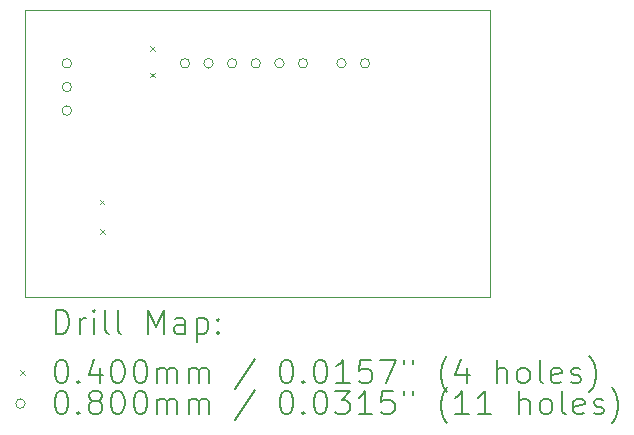
<source format=gbr>
%TF.GenerationSoftware,KiCad,Pcbnew,8.0.1*%
%TF.CreationDate,2024-12-18T11:05:01+01:00*%
%TF.ProjectId,pcb,7063622e-6b69-4636-9164-5f7063625858,rev?*%
%TF.SameCoordinates,Original*%
%TF.FileFunction,Drillmap*%
%TF.FilePolarity,Positive*%
%FSLAX45Y45*%
G04 Gerber Fmt 4.5, Leading zero omitted, Abs format (unit mm)*
G04 Created by KiCad (PCBNEW 8.0.1) date 2024-12-18 11:05:01*
%MOMM*%
%LPD*%
G01*
G04 APERTURE LIST*
%ADD10C,0.050000*%
%ADD11C,0.200000*%
%ADD12C,0.100000*%
G04 APERTURE END LIST*
D10*
X7550000Y-5275000D02*
X11480000Y-5275000D01*
X11480000Y-7700000D01*
X7550000Y-7700000D01*
X7550000Y-5275000D01*
D11*
D12*
X8177500Y-6880000D02*
X8217500Y-6920000D01*
X8217500Y-6880000D02*
X8177500Y-6920000D01*
X8180000Y-7130000D02*
X8220000Y-7170000D01*
X8220000Y-7130000D02*
X8180000Y-7170000D01*
X8605000Y-5580000D02*
X8645000Y-5620000D01*
X8645000Y-5580000D02*
X8605000Y-5620000D01*
X8605000Y-5805000D02*
X8645000Y-5845000D01*
X8645000Y-5805000D02*
X8605000Y-5845000D01*
X7940000Y-5725000D02*
G75*
G02*
X7860000Y-5725000I-40000J0D01*
G01*
X7860000Y-5725000D02*
G75*
G02*
X7940000Y-5725000I40000J0D01*
G01*
X7940000Y-5925000D02*
G75*
G02*
X7860000Y-5925000I-40000J0D01*
G01*
X7860000Y-5925000D02*
G75*
G02*
X7940000Y-5925000I40000J0D01*
G01*
X7940000Y-6125000D02*
G75*
G02*
X7860000Y-6125000I-40000J0D01*
G01*
X7860000Y-6125000D02*
G75*
G02*
X7940000Y-6125000I40000J0D01*
G01*
X8940000Y-5725000D02*
G75*
G02*
X8860000Y-5725000I-40000J0D01*
G01*
X8860000Y-5725000D02*
G75*
G02*
X8940000Y-5725000I40000J0D01*
G01*
X9140000Y-5725000D02*
G75*
G02*
X9060000Y-5725000I-40000J0D01*
G01*
X9060000Y-5725000D02*
G75*
G02*
X9140000Y-5725000I40000J0D01*
G01*
X9340000Y-5725000D02*
G75*
G02*
X9260000Y-5725000I-40000J0D01*
G01*
X9260000Y-5725000D02*
G75*
G02*
X9340000Y-5725000I40000J0D01*
G01*
X9540000Y-5725000D02*
G75*
G02*
X9460000Y-5725000I-40000J0D01*
G01*
X9460000Y-5725000D02*
G75*
G02*
X9540000Y-5725000I40000J0D01*
G01*
X9740000Y-5725000D02*
G75*
G02*
X9660000Y-5725000I-40000J0D01*
G01*
X9660000Y-5725000D02*
G75*
G02*
X9740000Y-5725000I40000J0D01*
G01*
X9940000Y-5725000D02*
G75*
G02*
X9860000Y-5725000I-40000J0D01*
G01*
X9860000Y-5725000D02*
G75*
G02*
X9940000Y-5725000I40000J0D01*
G01*
X10265000Y-5725000D02*
G75*
G02*
X10185000Y-5725000I-40000J0D01*
G01*
X10185000Y-5725000D02*
G75*
G02*
X10265000Y-5725000I40000J0D01*
G01*
X10465000Y-5725000D02*
G75*
G02*
X10385000Y-5725000I-40000J0D01*
G01*
X10385000Y-5725000D02*
G75*
G02*
X10465000Y-5725000I40000J0D01*
G01*
D11*
X7808277Y-8013984D02*
X7808277Y-7813984D01*
X7808277Y-7813984D02*
X7855896Y-7813984D01*
X7855896Y-7813984D02*
X7884467Y-7823508D01*
X7884467Y-7823508D02*
X7903515Y-7842555D01*
X7903515Y-7842555D02*
X7913039Y-7861603D01*
X7913039Y-7861603D02*
X7922562Y-7899698D01*
X7922562Y-7899698D02*
X7922562Y-7928269D01*
X7922562Y-7928269D02*
X7913039Y-7966365D01*
X7913039Y-7966365D02*
X7903515Y-7985412D01*
X7903515Y-7985412D02*
X7884467Y-8004460D01*
X7884467Y-8004460D02*
X7855896Y-8013984D01*
X7855896Y-8013984D02*
X7808277Y-8013984D01*
X8008277Y-8013984D02*
X8008277Y-7880650D01*
X8008277Y-7918746D02*
X8017801Y-7899698D01*
X8017801Y-7899698D02*
X8027324Y-7890174D01*
X8027324Y-7890174D02*
X8046372Y-7880650D01*
X8046372Y-7880650D02*
X8065420Y-7880650D01*
X8132086Y-8013984D02*
X8132086Y-7880650D01*
X8132086Y-7813984D02*
X8122562Y-7823508D01*
X8122562Y-7823508D02*
X8132086Y-7833031D01*
X8132086Y-7833031D02*
X8141610Y-7823508D01*
X8141610Y-7823508D02*
X8132086Y-7813984D01*
X8132086Y-7813984D02*
X8132086Y-7833031D01*
X8255896Y-8013984D02*
X8236848Y-8004460D01*
X8236848Y-8004460D02*
X8227324Y-7985412D01*
X8227324Y-7985412D02*
X8227324Y-7813984D01*
X8360658Y-8013984D02*
X8341610Y-8004460D01*
X8341610Y-8004460D02*
X8332086Y-7985412D01*
X8332086Y-7985412D02*
X8332086Y-7813984D01*
X8589229Y-8013984D02*
X8589229Y-7813984D01*
X8589229Y-7813984D02*
X8655896Y-7956841D01*
X8655896Y-7956841D02*
X8722563Y-7813984D01*
X8722563Y-7813984D02*
X8722563Y-8013984D01*
X8903515Y-8013984D02*
X8903515Y-7909222D01*
X8903515Y-7909222D02*
X8893991Y-7890174D01*
X8893991Y-7890174D02*
X8874944Y-7880650D01*
X8874944Y-7880650D02*
X8836848Y-7880650D01*
X8836848Y-7880650D02*
X8817801Y-7890174D01*
X8903515Y-8004460D02*
X8884467Y-8013984D01*
X8884467Y-8013984D02*
X8836848Y-8013984D01*
X8836848Y-8013984D02*
X8817801Y-8004460D01*
X8817801Y-8004460D02*
X8808277Y-7985412D01*
X8808277Y-7985412D02*
X8808277Y-7966365D01*
X8808277Y-7966365D02*
X8817801Y-7947317D01*
X8817801Y-7947317D02*
X8836848Y-7937793D01*
X8836848Y-7937793D02*
X8884467Y-7937793D01*
X8884467Y-7937793D02*
X8903515Y-7928269D01*
X8998753Y-7880650D02*
X8998753Y-8080650D01*
X8998753Y-7890174D02*
X9017801Y-7880650D01*
X9017801Y-7880650D02*
X9055896Y-7880650D01*
X9055896Y-7880650D02*
X9074944Y-7890174D01*
X9074944Y-7890174D02*
X9084467Y-7899698D01*
X9084467Y-7899698D02*
X9093991Y-7918746D01*
X9093991Y-7918746D02*
X9093991Y-7975888D01*
X9093991Y-7975888D02*
X9084467Y-7994936D01*
X9084467Y-7994936D02*
X9074944Y-8004460D01*
X9074944Y-8004460D02*
X9055896Y-8013984D01*
X9055896Y-8013984D02*
X9017801Y-8013984D01*
X9017801Y-8013984D02*
X8998753Y-8004460D01*
X9179705Y-7994936D02*
X9189229Y-8004460D01*
X9189229Y-8004460D02*
X9179705Y-8013984D01*
X9179705Y-8013984D02*
X9170182Y-8004460D01*
X9170182Y-8004460D02*
X9179705Y-7994936D01*
X9179705Y-7994936D02*
X9179705Y-8013984D01*
X9179705Y-7890174D02*
X9189229Y-7899698D01*
X9189229Y-7899698D02*
X9179705Y-7909222D01*
X9179705Y-7909222D02*
X9170182Y-7899698D01*
X9170182Y-7899698D02*
X9179705Y-7890174D01*
X9179705Y-7890174D02*
X9179705Y-7909222D01*
D12*
X7507500Y-8322500D02*
X7547500Y-8362500D01*
X7547500Y-8322500D02*
X7507500Y-8362500D01*
D11*
X7846372Y-8233984D02*
X7865420Y-8233984D01*
X7865420Y-8233984D02*
X7884467Y-8243508D01*
X7884467Y-8243508D02*
X7893991Y-8253031D01*
X7893991Y-8253031D02*
X7903515Y-8272079D01*
X7903515Y-8272079D02*
X7913039Y-8310174D01*
X7913039Y-8310174D02*
X7913039Y-8357793D01*
X7913039Y-8357793D02*
X7903515Y-8395889D01*
X7903515Y-8395889D02*
X7893991Y-8414936D01*
X7893991Y-8414936D02*
X7884467Y-8424460D01*
X7884467Y-8424460D02*
X7865420Y-8433984D01*
X7865420Y-8433984D02*
X7846372Y-8433984D01*
X7846372Y-8433984D02*
X7827324Y-8424460D01*
X7827324Y-8424460D02*
X7817801Y-8414936D01*
X7817801Y-8414936D02*
X7808277Y-8395889D01*
X7808277Y-8395889D02*
X7798753Y-8357793D01*
X7798753Y-8357793D02*
X7798753Y-8310174D01*
X7798753Y-8310174D02*
X7808277Y-8272079D01*
X7808277Y-8272079D02*
X7817801Y-8253031D01*
X7817801Y-8253031D02*
X7827324Y-8243508D01*
X7827324Y-8243508D02*
X7846372Y-8233984D01*
X7998753Y-8414936D02*
X8008277Y-8424460D01*
X8008277Y-8424460D02*
X7998753Y-8433984D01*
X7998753Y-8433984D02*
X7989229Y-8424460D01*
X7989229Y-8424460D02*
X7998753Y-8414936D01*
X7998753Y-8414936D02*
X7998753Y-8433984D01*
X8179705Y-8300650D02*
X8179705Y-8433984D01*
X8132086Y-8224460D02*
X8084467Y-8367317D01*
X8084467Y-8367317D02*
X8208277Y-8367317D01*
X8322562Y-8233984D02*
X8341610Y-8233984D01*
X8341610Y-8233984D02*
X8360658Y-8243508D01*
X8360658Y-8243508D02*
X8370182Y-8253031D01*
X8370182Y-8253031D02*
X8379705Y-8272079D01*
X8379705Y-8272079D02*
X8389229Y-8310174D01*
X8389229Y-8310174D02*
X8389229Y-8357793D01*
X8389229Y-8357793D02*
X8379705Y-8395889D01*
X8379705Y-8395889D02*
X8370182Y-8414936D01*
X8370182Y-8414936D02*
X8360658Y-8424460D01*
X8360658Y-8424460D02*
X8341610Y-8433984D01*
X8341610Y-8433984D02*
X8322562Y-8433984D01*
X8322562Y-8433984D02*
X8303515Y-8424460D01*
X8303515Y-8424460D02*
X8293991Y-8414936D01*
X8293991Y-8414936D02*
X8284467Y-8395889D01*
X8284467Y-8395889D02*
X8274943Y-8357793D01*
X8274943Y-8357793D02*
X8274943Y-8310174D01*
X8274943Y-8310174D02*
X8284467Y-8272079D01*
X8284467Y-8272079D02*
X8293991Y-8253031D01*
X8293991Y-8253031D02*
X8303515Y-8243508D01*
X8303515Y-8243508D02*
X8322562Y-8233984D01*
X8513039Y-8233984D02*
X8532086Y-8233984D01*
X8532086Y-8233984D02*
X8551134Y-8243508D01*
X8551134Y-8243508D02*
X8560658Y-8253031D01*
X8560658Y-8253031D02*
X8570182Y-8272079D01*
X8570182Y-8272079D02*
X8579705Y-8310174D01*
X8579705Y-8310174D02*
X8579705Y-8357793D01*
X8579705Y-8357793D02*
X8570182Y-8395889D01*
X8570182Y-8395889D02*
X8560658Y-8414936D01*
X8560658Y-8414936D02*
X8551134Y-8424460D01*
X8551134Y-8424460D02*
X8532086Y-8433984D01*
X8532086Y-8433984D02*
X8513039Y-8433984D01*
X8513039Y-8433984D02*
X8493991Y-8424460D01*
X8493991Y-8424460D02*
X8484467Y-8414936D01*
X8484467Y-8414936D02*
X8474944Y-8395889D01*
X8474944Y-8395889D02*
X8465420Y-8357793D01*
X8465420Y-8357793D02*
X8465420Y-8310174D01*
X8465420Y-8310174D02*
X8474944Y-8272079D01*
X8474944Y-8272079D02*
X8484467Y-8253031D01*
X8484467Y-8253031D02*
X8493991Y-8243508D01*
X8493991Y-8243508D02*
X8513039Y-8233984D01*
X8665420Y-8433984D02*
X8665420Y-8300650D01*
X8665420Y-8319698D02*
X8674944Y-8310174D01*
X8674944Y-8310174D02*
X8693991Y-8300650D01*
X8693991Y-8300650D02*
X8722563Y-8300650D01*
X8722563Y-8300650D02*
X8741610Y-8310174D01*
X8741610Y-8310174D02*
X8751134Y-8329222D01*
X8751134Y-8329222D02*
X8751134Y-8433984D01*
X8751134Y-8329222D02*
X8760658Y-8310174D01*
X8760658Y-8310174D02*
X8779705Y-8300650D01*
X8779705Y-8300650D02*
X8808277Y-8300650D01*
X8808277Y-8300650D02*
X8827325Y-8310174D01*
X8827325Y-8310174D02*
X8836848Y-8329222D01*
X8836848Y-8329222D02*
X8836848Y-8433984D01*
X8932086Y-8433984D02*
X8932086Y-8300650D01*
X8932086Y-8319698D02*
X8941610Y-8310174D01*
X8941610Y-8310174D02*
X8960658Y-8300650D01*
X8960658Y-8300650D02*
X8989229Y-8300650D01*
X8989229Y-8300650D02*
X9008277Y-8310174D01*
X9008277Y-8310174D02*
X9017801Y-8329222D01*
X9017801Y-8329222D02*
X9017801Y-8433984D01*
X9017801Y-8329222D02*
X9027325Y-8310174D01*
X9027325Y-8310174D02*
X9046372Y-8300650D01*
X9046372Y-8300650D02*
X9074944Y-8300650D01*
X9074944Y-8300650D02*
X9093991Y-8310174D01*
X9093991Y-8310174D02*
X9103515Y-8329222D01*
X9103515Y-8329222D02*
X9103515Y-8433984D01*
X9493991Y-8224460D02*
X9322563Y-8481603D01*
X9751134Y-8233984D02*
X9770182Y-8233984D01*
X9770182Y-8233984D02*
X9789229Y-8243508D01*
X9789229Y-8243508D02*
X9798753Y-8253031D01*
X9798753Y-8253031D02*
X9808277Y-8272079D01*
X9808277Y-8272079D02*
X9817801Y-8310174D01*
X9817801Y-8310174D02*
X9817801Y-8357793D01*
X9817801Y-8357793D02*
X9808277Y-8395889D01*
X9808277Y-8395889D02*
X9798753Y-8414936D01*
X9798753Y-8414936D02*
X9789229Y-8424460D01*
X9789229Y-8424460D02*
X9770182Y-8433984D01*
X9770182Y-8433984D02*
X9751134Y-8433984D01*
X9751134Y-8433984D02*
X9732087Y-8424460D01*
X9732087Y-8424460D02*
X9722563Y-8414936D01*
X9722563Y-8414936D02*
X9713039Y-8395889D01*
X9713039Y-8395889D02*
X9703515Y-8357793D01*
X9703515Y-8357793D02*
X9703515Y-8310174D01*
X9703515Y-8310174D02*
X9713039Y-8272079D01*
X9713039Y-8272079D02*
X9722563Y-8253031D01*
X9722563Y-8253031D02*
X9732087Y-8243508D01*
X9732087Y-8243508D02*
X9751134Y-8233984D01*
X9903515Y-8414936D02*
X9913039Y-8424460D01*
X9913039Y-8424460D02*
X9903515Y-8433984D01*
X9903515Y-8433984D02*
X9893991Y-8424460D01*
X9893991Y-8424460D02*
X9903515Y-8414936D01*
X9903515Y-8414936D02*
X9903515Y-8433984D01*
X10036848Y-8233984D02*
X10055896Y-8233984D01*
X10055896Y-8233984D02*
X10074944Y-8243508D01*
X10074944Y-8243508D02*
X10084468Y-8253031D01*
X10084468Y-8253031D02*
X10093991Y-8272079D01*
X10093991Y-8272079D02*
X10103515Y-8310174D01*
X10103515Y-8310174D02*
X10103515Y-8357793D01*
X10103515Y-8357793D02*
X10093991Y-8395889D01*
X10093991Y-8395889D02*
X10084468Y-8414936D01*
X10084468Y-8414936D02*
X10074944Y-8424460D01*
X10074944Y-8424460D02*
X10055896Y-8433984D01*
X10055896Y-8433984D02*
X10036848Y-8433984D01*
X10036848Y-8433984D02*
X10017801Y-8424460D01*
X10017801Y-8424460D02*
X10008277Y-8414936D01*
X10008277Y-8414936D02*
X9998753Y-8395889D01*
X9998753Y-8395889D02*
X9989229Y-8357793D01*
X9989229Y-8357793D02*
X9989229Y-8310174D01*
X9989229Y-8310174D02*
X9998753Y-8272079D01*
X9998753Y-8272079D02*
X10008277Y-8253031D01*
X10008277Y-8253031D02*
X10017801Y-8243508D01*
X10017801Y-8243508D02*
X10036848Y-8233984D01*
X10293991Y-8433984D02*
X10179706Y-8433984D01*
X10236848Y-8433984D02*
X10236848Y-8233984D01*
X10236848Y-8233984D02*
X10217801Y-8262555D01*
X10217801Y-8262555D02*
X10198753Y-8281603D01*
X10198753Y-8281603D02*
X10179706Y-8291127D01*
X10474944Y-8233984D02*
X10379706Y-8233984D01*
X10379706Y-8233984D02*
X10370182Y-8329222D01*
X10370182Y-8329222D02*
X10379706Y-8319698D01*
X10379706Y-8319698D02*
X10398753Y-8310174D01*
X10398753Y-8310174D02*
X10446372Y-8310174D01*
X10446372Y-8310174D02*
X10465420Y-8319698D01*
X10465420Y-8319698D02*
X10474944Y-8329222D01*
X10474944Y-8329222D02*
X10484468Y-8348269D01*
X10484468Y-8348269D02*
X10484468Y-8395889D01*
X10484468Y-8395889D02*
X10474944Y-8414936D01*
X10474944Y-8414936D02*
X10465420Y-8424460D01*
X10465420Y-8424460D02*
X10446372Y-8433984D01*
X10446372Y-8433984D02*
X10398753Y-8433984D01*
X10398753Y-8433984D02*
X10379706Y-8424460D01*
X10379706Y-8424460D02*
X10370182Y-8414936D01*
X10551134Y-8233984D02*
X10684468Y-8233984D01*
X10684468Y-8233984D02*
X10598753Y-8433984D01*
X10751134Y-8233984D02*
X10751134Y-8272079D01*
X10827325Y-8233984D02*
X10827325Y-8272079D01*
X11122563Y-8510174D02*
X11113039Y-8500650D01*
X11113039Y-8500650D02*
X11093991Y-8472079D01*
X11093991Y-8472079D02*
X11084468Y-8453031D01*
X11084468Y-8453031D02*
X11074944Y-8424460D01*
X11074944Y-8424460D02*
X11065420Y-8376841D01*
X11065420Y-8376841D02*
X11065420Y-8338746D01*
X11065420Y-8338746D02*
X11074944Y-8291127D01*
X11074944Y-8291127D02*
X11084468Y-8262555D01*
X11084468Y-8262555D02*
X11093991Y-8243508D01*
X11093991Y-8243508D02*
X11113039Y-8214936D01*
X11113039Y-8214936D02*
X11122563Y-8205412D01*
X11284468Y-8300650D02*
X11284468Y-8433984D01*
X11236848Y-8224460D02*
X11189229Y-8367317D01*
X11189229Y-8367317D02*
X11313039Y-8367317D01*
X11541610Y-8433984D02*
X11541610Y-8233984D01*
X11627325Y-8433984D02*
X11627325Y-8329222D01*
X11627325Y-8329222D02*
X11617801Y-8310174D01*
X11617801Y-8310174D02*
X11598753Y-8300650D01*
X11598753Y-8300650D02*
X11570182Y-8300650D01*
X11570182Y-8300650D02*
X11551134Y-8310174D01*
X11551134Y-8310174D02*
X11541610Y-8319698D01*
X11751134Y-8433984D02*
X11732087Y-8424460D01*
X11732087Y-8424460D02*
X11722563Y-8414936D01*
X11722563Y-8414936D02*
X11713039Y-8395889D01*
X11713039Y-8395889D02*
X11713039Y-8338746D01*
X11713039Y-8338746D02*
X11722563Y-8319698D01*
X11722563Y-8319698D02*
X11732087Y-8310174D01*
X11732087Y-8310174D02*
X11751134Y-8300650D01*
X11751134Y-8300650D02*
X11779706Y-8300650D01*
X11779706Y-8300650D02*
X11798753Y-8310174D01*
X11798753Y-8310174D02*
X11808277Y-8319698D01*
X11808277Y-8319698D02*
X11817801Y-8338746D01*
X11817801Y-8338746D02*
X11817801Y-8395889D01*
X11817801Y-8395889D02*
X11808277Y-8414936D01*
X11808277Y-8414936D02*
X11798753Y-8424460D01*
X11798753Y-8424460D02*
X11779706Y-8433984D01*
X11779706Y-8433984D02*
X11751134Y-8433984D01*
X11932087Y-8433984D02*
X11913039Y-8424460D01*
X11913039Y-8424460D02*
X11903515Y-8405412D01*
X11903515Y-8405412D02*
X11903515Y-8233984D01*
X12084468Y-8424460D02*
X12065420Y-8433984D01*
X12065420Y-8433984D02*
X12027325Y-8433984D01*
X12027325Y-8433984D02*
X12008277Y-8424460D01*
X12008277Y-8424460D02*
X11998753Y-8405412D01*
X11998753Y-8405412D02*
X11998753Y-8329222D01*
X11998753Y-8329222D02*
X12008277Y-8310174D01*
X12008277Y-8310174D02*
X12027325Y-8300650D01*
X12027325Y-8300650D02*
X12065420Y-8300650D01*
X12065420Y-8300650D02*
X12084468Y-8310174D01*
X12084468Y-8310174D02*
X12093991Y-8329222D01*
X12093991Y-8329222D02*
X12093991Y-8348269D01*
X12093991Y-8348269D02*
X11998753Y-8367317D01*
X12170182Y-8424460D02*
X12189230Y-8433984D01*
X12189230Y-8433984D02*
X12227325Y-8433984D01*
X12227325Y-8433984D02*
X12246372Y-8424460D01*
X12246372Y-8424460D02*
X12255896Y-8405412D01*
X12255896Y-8405412D02*
X12255896Y-8395889D01*
X12255896Y-8395889D02*
X12246372Y-8376841D01*
X12246372Y-8376841D02*
X12227325Y-8367317D01*
X12227325Y-8367317D02*
X12198753Y-8367317D01*
X12198753Y-8367317D02*
X12179706Y-8357793D01*
X12179706Y-8357793D02*
X12170182Y-8338746D01*
X12170182Y-8338746D02*
X12170182Y-8329222D01*
X12170182Y-8329222D02*
X12179706Y-8310174D01*
X12179706Y-8310174D02*
X12198753Y-8300650D01*
X12198753Y-8300650D02*
X12227325Y-8300650D01*
X12227325Y-8300650D02*
X12246372Y-8310174D01*
X12322563Y-8510174D02*
X12332087Y-8500650D01*
X12332087Y-8500650D02*
X12351134Y-8472079D01*
X12351134Y-8472079D02*
X12360658Y-8453031D01*
X12360658Y-8453031D02*
X12370182Y-8424460D01*
X12370182Y-8424460D02*
X12379706Y-8376841D01*
X12379706Y-8376841D02*
X12379706Y-8338746D01*
X12379706Y-8338746D02*
X12370182Y-8291127D01*
X12370182Y-8291127D02*
X12360658Y-8262555D01*
X12360658Y-8262555D02*
X12351134Y-8243508D01*
X12351134Y-8243508D02*
X12332087Y-8214936D01*
X12332087Y-8214936D02*
X12322563Y-8205412D01*
D12*
X7547500Y-8606500D02*
G75*
G02*
X7467500Y-8606500I-40000J0D01*
G01*
X7467500Y-8606500D02*
G75*
G02*
X7547500Y-8606500I40000J0D01*
G01*
D11*
X7846372Y-8497984D02*
X7865420Y-8497984D01*
X7865420Y-8497984D02*
X7884467Y-8507508D01*
X7884467Y-8507508D02*
X7893991Y-8517031D01*
X7893991Y-8517031D02*
X7903515Y-8536079D01*
X7903515Y-8536079D02*
X7913039Y-8574174D01*
X7913039Y-8574174D02*
X7913039Y-8621793D01*
X7913039Y-8621793D02*
X7903515Y-8659889D01*
X7903515Y-8659889D02*
X7893991Y-8678936D01*
X7893991Y-8678936D02*
X7884467Y-8688460D01*
X7884467Y-8688460D02*
X7865420Y-8697984D01*
X7865420Y-8697984D02*
X7846372Y-8697984D01*
X7846372Y-8697984D02*
X7827324Y-8688460D01*
X7827324Y-8688460D02*
X7817801Y-8678936D01*
X7817801Y-8678936D02*
X7808277Y-8659889D01*
X7808277Y-8659889D02*
X7798753Y-8621793D01*
X7798753Y-8621793D02*
X7798753Y-8574174D01*
X7798753Y-8574174D02*
X7808277Y-8536079D01*
X7808277Y-8536079D02*
X7817801Y-8517031D01*
X7817801Y-8517031D02*
X7827324Y-8507508D01*
X7827324Y-8507508D02*
X7846372Y-8497984D01*
X7998753Y-8678936D02*
X8008277Y-8688460D01*
X8008277Y-8688460D02*
X7998753Y-8697984D01*
X7998753Y-8697984D02*
X7989229Y-8688460D01*
X7989229Y-8688460D02*
X7998753Y-8678936D01*
X7998753Y-8678936D02*
X7998753Y-8697984D01*
X8122562Y-8583698D02*
X8103515Y-8574174D01*
X8103515Y-8574174D02*
X8093991Y-8564650D01*
X8093991Y-8564650D02*
X8084467Y-8545603D01*
X8084467Y-8545603D02*
X8084467Y-8536079D01*
X8084467Y-8536079D02*
X8093991Y-8517031D01*
X8093991Y-8517031D02*
X8103515Y-8507508D01*
X8103515Y-8507508D02*
X8122562Y-8497984D01*
X8122562Y-8497984D02*
X8160658Y-8497984D01*
X8160658Y-8497984D02*
X8179705Y-8507508D01*
X8179705Y-8507508D02*
X8189229Y-8517031D01*
X8189229Y-8517031D02*
X8198753Y-8536079D01*
X8198753Y-8536079D02*
X8198753Y-8545603D01*
X8198753Y-8545603D02*
X8189229Y-8564650D01*
X8189229Y-8564650D02*
X8179705Y-8574174D01*
X8179705Y-8574174D02*
X8160658Y-8583698D01*
X8160658Y-8583698D02*
X8122562Y-8583698D01*
X8122562Y-8583698D02*
X8103515Y-8593222D01*
X8103515Y-8593222D02*
X8093991Y-8602746D01*
X8093991Y-8602746D02*
X8084467Y-8621793D01*
X8084467Y-8621793D02*
X8084467Y-8659889D01*
X8084467Y-8659889D02*
X8093991Y-8678936D01*
X8093991Y-8678936D02*
X8103515Y-8688460D01*
X8103515Y-8688460D02*
X8122562Y-8697984D01*
X8122562Y-8697984D02*
X8160658Y-8697984D01*
X8160658Y-8697984D02*
X8179705Y-8688460D01*
X8179705Y-8688460D02*
X8189229Y-8678936D01*
X8189229Y-8678936D02*
X8198753Y-8659889D01*
X8198753Y-8659889D02*
X8198753Y-8621793D01*
X8198753Y-8621793D02*
X8189229Y-8602746D01*
X8189229Y-8602746D02*
X8179705Y-8593222D01*
X8179705Y-8593222D02*
X8160658Y-8583698D01*
X8322562Y-8497984D02*
X8341610Y-8497984D01*
X8341610Y-8497984D02*
X8360658Y-8507508D01*
X8360658Y-8507508D02*
X8370182Y-8517031D01*
X8370182Y-8517031D02*
X8379705Y-8536079D01*
X8379705Y-8536079D02*
X8389229Y-8574174D01*
X8389229Y-8574174D02*
X8389229Y-8621793D01*
X8389229Y-8621793D02*
X8379705Y-8659889D01*
X8379705Y-8659889D02*
X8370182Y-8678936D01*
X8370182Y-8678936D02*
X8360658Y-8688460D01*
X8360658Y-8688460D02*
X8341610Y-8697984D01*
X8341610Y-8697984D02*
X8322562Y-8697984D01*
X8322562Y-8697984D02*
X8303515Y-8688460D01*
X8303515Y-8688460D02*
X8293991Y-8678936D01*
X8293991Y-8678936D02*
X8284467Y-8659889D01*
X8284467Y-8659889D02*
X8274943Y-8621793D01*
X8274943Y-8621793D02*
X8274943Y-8574174D01*
X8274943Y-8574174D02*
X8284467Y-8536079D01*
X8284467Y-8536079D02*
X8293991Y-8517031D01*
X8293991Y-8517031D02*
X8303515Y-8507508D01*
X8303515Y-8507508D02*
X8322562Y-8497984D01*
X8513039Y-8497984D02*
X8532086Y-8497984D01*
X8532086Y-8497984D02*
X8551134Y-8507508D01*
X8551134Y-8507508D02*
X8560658Y-8517031D01*
X8560658Y-8517031D02*
X8570182Y-8536079D01*
X8570182Y-8536079D02*
X8579705Y-8574174D01*
X8579705Y-8574174D02*
X8579705Y-8621793D01*
X8579705Y-8621793D02*
X8570182Y-8659889D01*
X8570182Y-8659889D02*
X8560658Y-8678936D01*
X8560658Y-8678936D02*
X8551134Y-8688460D01*
X8551134Y-8688460D02*
X8532086Y-8697984D01*
X8532086Y-8697984D02*
X8513039Y-8697984D01*
X8513039Y-8697984D02*
X8493991Y-8688460D01*
X8493991Y-8688460D02*
X8484467Y-8678936D01*
X8484467Y-8678936D02*
X8474944Y-8659889D01*
X8474944Y-8659889D02*
X8465420Y-8621793D01*
X8465420Y-8621793D02*
X8465420Y-8574174D01*
X8465420Y-8574174D02*
X8474944Y-8536079D01*
X8474944Y-8536079D02*
X8484467Y-8517031D01*
X8484467Y-8517031D02*
X8493991Y-8507508D01*
X8493991Y-8507508D02*
X8513039Y-8497984D01*
X8665420Y-8697984D02*
X8665420Y-8564650D01*
X8665420Y-8583698D02*
X8674944Y-8574174D01*
X8674944Y-8574174D02*
X8693991Y-8564650D01*
X8693991Y-8564650D02*
X8722563Y-8564650D01*
X8722563Y-8564650D02*
X8741610Y-8574174D01*
X8741610Y-8574174D02*
X8751134Y-8593222D01*
X8751134Y-8593222D02*
X8751134Y-8697984D01*
X8751134Y-8593222D02*
X8760658Y-8574174D01*
X8760658Y-8574174D02*
X8779705Y-8564650D01*
X8779705Y-8564650D02*
X8808277Y-8564650D01*
X8808277Y-8564650D02*
X8827325Y-8574174D01*
X8827325Y-8574174D02*
X8836848Y-8593222D01*
X8836848Y-8593222D02*
X8836848Y-8697984D01*
X8932086Y-8697984D02*
X8932086Y-8564650D01*
X8932086Y-8583698D02*
X8941610Y-8574174D01*
X8941610Y-8574174D02*
X8960658Y-8564650D01*
X8960658Y-8564650D02*
X8989229Y-8564650D01*
X8989229Y-8564650D02*
X9008277Y-8574174D01*
X9008277Y-8574174D02*
X9017801Y-8593222D01*
X9017801Y-8593222D02*
X9017801Y-8697984D01*
X9017801Y-8593222D02*
X9027325Y-8574174D01*
X9027325Y-8574174D02*
X9046372Y-8564650D01*
X9046372Y-8564650D02*
X9074944Y-8564650D01*
X9074944Y-8564650D02*
X9093991Y-8574174D01*
X9093991Y-8574174D02*
X9103515Y-8593222D01*
X9103515Y-8593222D02*
X9103515Y-8697984D01*
X9493991Y-8488460D02*
X9322563Y-8745603D01*
X9751134Y-8497984D02*
X9770182Y-8497984D01*
X9770182Y-8497984D02*
X9789229Y-8507508D01*
X9789229Y-8507508D02*
X9798753Y-8517031D01*
X9798753Y-8517031D02*
X9808277Y-8536079D01*
X9808277Y-8536079D02*
X9817801Y-8574174D01*
X9817801Y-8574174D02*
X9817801Y-8621793D01*
X9817801Y-8621793D02*
X9808277Y-8659889D01*
X9808277Y-8659889D02*
X9798753Y-8678936D01*
X9798753Y-8678936D02*
X9789229Y-8688460D01*
X9789229Y-8688460D02*
X9770182Y-8697984D01*
X9770182Y-8697984D02*
X9751134Y-8697984D01*
X9751134Y-8697984D02*
X9732087Y-8688460D01*
X9732087Y-8688460D02*
X9722563Y-8678936D01*
X9722563Y-8678936D02*
X9713039Y-8659889D01*
X9713039Y-8659889D02*
X9703515Y-8621793D01*
X9703515Y-8621793D02*
X9703515Y-8574174D01*
X9703515Y-8574174D02*
X9713039Y-8536079D01*
X9713039Y-8536079D02*
X9722563Y-8517031D01*
X9722563Y-8517031D02*
X9732087Y-8507508D01*
X9732087Y-8507508D02*
X9751134Y-8497984D01*
X9903515Y-8678936D02*
X9913039Y-8688460D01*
X9913039Y-8688460D02*
X9903515Y-8697984D01*
X9903515Y-8697984D02*
X9893991Y-8688460D01*
X9893991Y-8688460D02*
X9903515Y-8678936D01*
X9903515Y-8678936D02*
X9903515Y-8697984D01*
X10036848Y-8497984D02*
X10055896Y-8497984D01*
X10055896Y-8497984D02*
X10074944Y-8507508D01*
X10074944Y-8507508D02*
X10084468Y-8517031D01*
X10084468Y-8517031D02*
X10093991Y-8536079D01*
X10093991Y-8536079D02*
X10103515Y-8574174D01*
X10103515Y-8574174D02*
X10103515Y-8621793D01*
X10103515Y-8621793D02*
X10093991Y-8659889D01*
X10093991Y-8659889D02*
X10084468Y-8678936D01*
X10084468Y-8678936D02*
X10074944Y-8688460D01*
X10074944Y-8688460D02*
X10055896Y-8697984D01*
X10055896Y-8697984D02*
X10036848Y-8697984D01*
X10036848Y-8697984D02*
X10017801Y-8688460D01*
X10017801Y-8688460D02*
X10008277Y-8678936D01*
X10008277Y-8678936D02*
X9998753Y-8659889D01*
X9998753Y-8659889D02*
X9989229Y-8621793D01*
X9989229Y-8621793D02*
X9989229Y-8574174D01*
X9989229Y-8574174D02*
X9998753Y-8536079D01*
X9998753Y-8536079D02*
X10008277Y-8517031D01*
X10008277Y-8517031D02*
X10017801Y-8507508D01*
X10017801Y-8507508D02*
X10036848Y-8497984D01*
X10170182Y-8497984D02*
X10293991Y-8497984D01*
X10293991Y-8497984D02*
X10227325Y-8574174D01*
X10227325Y-8574174D02*
X10255896Y-8574174D01*
X10255896Y-8574174D02*
X10274944Y-8583698D01*
X10274944Y-8583698D02*
X10284468Y-8593222D01*
X10284468Y-8593222D02*
X10293991Y-8612270D01*
X10293991Y-8612270D02*
X10293991Y-8659889D01*
X10293991Y-8659889D02*
X10284468Y-8678936D01*
X10284468Y-8678936D02*
X10274944Y-8688460D01*
X10274944Y-8688460D02*
X10255896Y-8697984D01*
X10255896Y-8697984D02*
X10198753Y-8697984D01*
X10198753Y-8697984D02*
X10179706Y-8688460D01*
X10179706Y-8688460D02*
X10170182Y-8678936D01*
X10484468Y-8697984D02*
X10370182Y-8697984D01*
X10427325Y-8697984D02*
X10427325Y-8497984D01*
X10427325Y-8497984D02*
X10408277Y-8526555D01*
X10408277Y-8526555D02*
X10389229Y-8545603D01*
X10389229Y-8545603D02*
X10370182Y-8555127D01*
X10665420Y-8497984D02*
X10570182Y-8497984D01*
X10570182Y-8497984D02*
X10560658Y-8593222D01*
X10560658Y-8593222D02*
X10570182Y-8583698D01*
X10570182Y-8583698D02*
X10589229Y-8574174D01*
X10589229Y-8574174D02*
X10636849Y-8574174D01*
X10636849Y-8574174D02*
X10655896Y-8583698D01*
X10655896Y-8583698D02*
X10665420Y-8593222D01*
X10665420Y-8593222D02*
X10674944Y-8612270D01*
X10674944Y-8612270D02*
X10674944Y-8659889D01*
X10674944Y-8659889D02*
X10665420Y-8678936D01*
X10665420Y-8678936D02*
X10655896Y-8688460D01*
X10655896Y-8688460D02*
X10636849Y-8697984D01*
X10636849Y-8697984D02*
X10589229Y-8697984D01*
X10589229Y-8697984D02*
X10570182Y-8688460D01*
X10570182Y-8688460D02*
X10560658Y-8678936D01*
X10751134Y-8497984D02*
X10751134Y-8536079D01*
X10827325Y-8497984D02*
X10827325Y-8536079D01*
X11122563Y-8774174D02*
X11113039Y-8764650D01*
X11113039Y-8764650D02*
X11093991Y-8736079D01*
X11093991Y-8736079D02*
X11084468Y-8717031D01*
X11084468Y-8717031D02*
X11074944Y-8688460D01*
X11074944Y-8688460D02*
X11065420Y-8640841D01*
X11065420Y-8640841D02*
X11065420Y-8602746D01*
X11065420Y-8602746D02*
X11074944Y-8555127D01*
X11074944Y-8555127D02*
X11084468Y-8526555D01*
X11084468Y-8526555D02*
X11093991Y-8507508D01*
X11093991Y-8507508D02*
X11113039Y-8478936D01*
X11113039Y-8478936D02*
X11122563Y-8469412D01*
X11303515Y-8697984D02*
X11189229Y-8697984D01*
X11246372Y-8697984D02*
X11246372Y-8497984D01*
X11246372Y-8497984D02*
X11227325Y-8526555D01*
X11227325Y-8526555D02*
X11208277Y-8545603D01*
X11208277Y-8545603D02*
X11189229Y-8555127D01*
X11493991Y-8697984D02*
X11379706Y-8697984D01*
X11436848Y-8697984D02*
X11436848Y-8497984D01*
X11436848Y-8497984D02*
X11417801Y-8526555D01*
X11417801Y-8526555D02*
X11398753Y-8545603D01*
X11398753Y-8545603D02*
X11379706Y-8555127D01*
X11732087Y-8697984D02*
X11732087Y-8497984D01*
X11817801Y-8697984D02*
X11817801Y-8593222D01*
X11817801Y-8593222D02*
X11808277Y-8574174D01*
X11808277Y-8574174D02*
X11789230Y-8564650D01*
X11789230Y-8564650D02*
X11760658Y-8564650D01*
X11760658Y-8564650D02*
X11741610Y-8574174D01*
X11741610Y-8574174D02*
X11732087Y-8583698D01*
X11941610Y-8697984D02*
X11922563Y-8688460D01*
X11922563Y-8688460D02*
X11913039Y-8678936D01*
X11913039Y-8678936D02*
X11903515Y-8659889D01*
X11903515Y-8659889D02*
X11903515Y-8602746D01*
X11903515Y-8602746D02*
X11913039Y-8583698D01*
X11913039Y-8583698D02*
X11922563Y-8574174D01*
X11922563Y-8574174D02*
X11941610Y-8564650D01*
X11941610Y-8564650D02*
X11970182Y-8564650D01*
X11970182Y-8564650D02*
X11989230Y-8574174D01*
X11989230Y-8574174D02*
X11998753Y-8583698D01*
X11998753Y-8583698D02*
X12008277Y-8602746D01*
X12008277Y-8602746D02*
X12008277Y-8659889D01*
X12008277Y-8659889D02*
X11998753Y-8678936D01*
X11998753Y-8678936D02*
X11989230Y-8688460D01*
X11989230Y-8688460D02*
X11970182Y-8697984D01*
X11970182Y-8697984D02*
X11941610Y-8697984D01*
X12122563Y-8697984D02*
X12103515Y-8688460D01*
X12103515Y-8688460D02*
X12093991Y-8669412D01*
X12093991Y-8669412D02*
X12093991Y-8497984D01*
X12274944Y-8688460D02*
X12255896Y-8697984D01*
X12255896Y-8697984D02*
X12217801Y-8697984D01*
X12217801Y-8697984D02*
X12198753Y-8688460D01*
X12198753Y-8688460D02*
X12189230Y-8669412D01*
X12189230Y-8669412D02*
X12189230Y-8593222D01*
X12189230Y-8593222D02*
X12198753Y-8574174D01*
X12198753Y-8574174D02*
X12217801Y-8564650D01*
X12217801Y-8564650D02*
X12255896Y-8564650D01*
X12255896Y-8564650D02*
X12274944Y-8574174D01*
X12274944Y-8574174D02*
X12284468Y-8593222D01*
X12284468Y-8593222D02*
X12284468Y-8612270D01*
X12284468Y-8612270D02*
X12189230Y-8631317D01*
X12360658Y-8688460D02*
X12379706Y-8697984D01*
X12379706Y-8697984D02*
X12417801Y-8697984D01*
X12417801Y-8697984D02*
X12436849Y-8688460D01*
X12436849Y-8688460D02*
X12446372Y-8669412D01*
X12446372Y-8669412D02*
X12446372Y-8659889D01*
X12446372Y-8659889D02*
X12436849Y-8640841D01*
X12436849Y-8640841D02*
X12417801Y-8631317D01*
X12417801Y-8631317D02*
X12389230Y-8631317D01*
X12389230Y-8631317D02*
X12370182Y-8621793D01*
X12370182Y-8621793D02*
X12360658Y-8602746D01*
X12360658Y-8602746D02*
X12360658Y-8593222D01*
X12360658Y-8593222D02*
X12370182Y-8574174D01*
X12370182Y-8574174D02*
X12389230Y-8564650D01*
X12389230Y-8564650D02*
X12417801Y-8564650D01*
X12417801Y-8564650D02*
X12436849Y-8574174D01*
X12513039Y-8774174D02*
X12522563Y-8764650D01*
X12522563Y-8764650D02*
X12541611Y-8736079D01*
X12541611Y-8736079D02*
X12551134Y-8717031D01*
X12551134Y-8717031D02*
X12560658Y-8688460D01*
X12560658Y-8688460D02*
X12570182Y-8640841D01*
X12570182Y-8640841D02*
X12570182Y-8602746D01*
X12570182Y-8602746D02*
X12560658Y-8555127D01*
X12560658Y-8555127D02*
X12551134Y-8526555D01*
X12551134Y-8526555D02*
X12541611Y-8507508D01*
X12541611Y-8507508D02*
X12522563Y-8478936D01*
X12522563Y-8478936D02*
X12513039Y-8469412D01*
M02*

</source>
